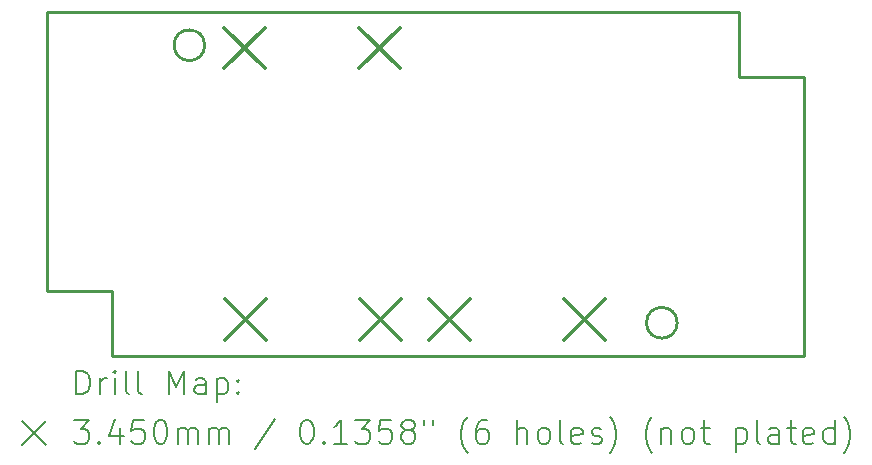
<source format=gbr>
%TF.GenerationSoftware,KiCad,Pcbnew,7.99.0-1900-g89780d353a*%
%TF.CreationDate,2023-07-25T10:26:22+03:00*%
%TF.ProjectId,KSS,4b53532e-6b69-4636-9164-5f7063625858,rev?*%
%TF.SameCoordinates,Original*%
%TF.FileFunction,Drillmap*%
%TF.FilePolarity,Positive*%
%FSLAX45Y45*%
G04 Gerber Fmt 4.5, Leading zero omitted, Abs format (unit mm)*
G04 Created by KiCad (PCBNEW 7.99.0-1900-g89780d353a) date 2023-07-25 10:26:22*
%MOMM*%
%LPD*%
G01*
G04 APERTURE LIST*
%ADD10C,0.250000*%
%ADD11C,0.200000*%
%ADD12C,0.345000*%
G04 APERTURE END LIST*
D10*
X15726520Y-8155600D02*
X15176520Y-8155600D01*
X9316520Y-7605600D02*
X15176520Y-7605600D01*
X15176520Y-8155600D02*
X15176520Y-7605600D01*
X14651520Y-10235600D02*
G75*
G03*
X14651520Y-10235600I-130000J0D01*
G01*
X9866520Y-9965600D02*
X9866520Y-10515600D01*
X15726520Y-8155600D02*
X15726520Y-10515600D01*
X9316520Y-9965600D02*
X9316520Y-7605600D01*
X15726520Y-10515600D02*
X9866520Y-10515600D01*
X9316520Y-9965600D02*
X9866520Y-9965600D01*
X10651520Y-7885600D02*
G75*
G03*
X10651520Y-7885600I-130000J0D01*
G01*
D11*
D12*
X10813950Y-7736360D02*
X11158950Y-8081360D01*
X11158950Y-7736360D02*
X10813950Y-8081360D01*
X10824750Y-10037500D02*
X11169750Y-10382500D01*
X11169750Y-10037500D02*
X10824750Y-10382500D01*
X11956950Y-7736360D02*
X12301950Y-8081360D01*
X12301950Y-7736360D02*
X11956950Y-8081360D01*
X11967750Y-10037500D02*
X12312750Y-10382500D01*
X12312750Y-10037500D02*
X11967750Y-10382500D01*
X12551950Y-10037500D02*
X12896950Y-10382500D01*
X12896950Y-10037500D02*
X12551950Y-10382500D01*
X13694950Y-10037500D02*
X14039950Y-10382500D01*
X14039950Y-10037500D02*
X13694950Y-10382500D01*
D11*
X9564797Y-10839584D02*
X9564797Y-10639584D01*
X9564797Y-10639584D02*
X9612416Y-10639584D01*
X9612416Y-10639584D02*
X9640987Y-10649108D01*
X9640987Y-10649108D02*
X9660035Y-10668155D01*
X9660035Y-10668155D02*
X9669559Y-10687203D01*
X9669559Y-10687203D02*
X9679083Y-10725298D01*
X9679083Y-10725298D02*
X9679083Y-10753870D01*
X9679083Y-10753870D02*
X9669559Y-10791965D01*
X9669559Y-10791965D02*
X9660035Y-10811012D01*
X9660035Y-10811012D02*
X9640987Y-10830060D01*
X9640987Y-10830060D02*
X9612416Y-10839584D01*
X9612416Y-10839584D02*
X9564797Y-10839584D01*
X9764797Y-10839584D02*
X9764797Y-10706250D01*
X9764797Y-10744346D02*
X9774321Y-10725298D01*
X9774321Y-10725298D02*
X9783844Y-10715774D01*
X9783844Y-10715774D02*
X9802892Y-10706250D01*
X9802892Y-10706250D02*
X9821940Y-10706250D01*
X9888606Y-10839584D02*
X9888606Y-10706250D01*
X9888606Y-10639584D02*
X9879083Y-10649108D01*
X9879083Y-10649108D02*
X9888606Y-10658631D01*
X9888606Y-10658631D02*
X9898130Y-10649108D01*
X9898130Y-10649108D02*
X9888606Y-10639584D01*
X9888606Y-10639584D02*
X9888606Y-10658631D01*
X10012416Y-10839584D02*
X9993368Y-10830060D01*
X9993368Y-10830060D02*
X9983844Y-10811012D01*
X9983844Y-10811012D02*
X9983844Y-10639584D01*
X10117178Y-10839584D02*
X10098130Y-10830060D01*
X10098130Y-10830060D02*
X10088606Y-10811012D01*
X10088606Y-10811012D02*
X10088606Y-10639584D01*
X10345749Y-10839584D02*
X10345749Y-10639584D01*
X10345749Y-10639584D02*
X10412416Y-10782441D01*
X10412416Y-10782441D02*
X10479083Y-10639584D01*
X10479083Y-10639584D02*
X10479083Y-10839584D01*
X10660035Y-10839584D02*
X10660035Y-10734822D01*
X10660035Y-10734822D02*
X10650511Y-10715774D01*
X10650511Y-10715774D02*
X10631464Y-10706250D01*
X10631464Y-10706250D02*
X10593368Y-10706250D01*
X10593368Y-10706250D02*
X10574321Y-10715774D01*
X10660035Y-10830060D02*
X10640987Y-10839584D01*
X10640987Y-10839584D02*
X10593368Y-10839584D01*
X10593368Y-10839584D02*
X10574321Y-10830060D01*
X10574321Y-10830060D02*
X10564797Y-10811012D01*
X10564797Y-10811012D02*
X10564797Y-10791965D01*
X10564797Y-10791965D02*
X10574321Y-10772917D01*
X10574321Y-10772917D02*
X10593368Y-10763393D01*
X10593368Y-10763393D02*
X10640987Y-10763393D01*
X10640987Y-10763393D02*
X10660035Y-10753870D01*
X10755273Y-10706250D02*
X10755273Y-10906250D01*
X10755273Y-10715774D02*
X10774321Y-10706250D01*
X10774321Y-10706250D02*
X10812416Y-10706250D01*
X10812416Y-10706250D02*
X10831464Y-10715774D01*
X10831464Y-10715774D02*
X10840987Y-10725298D01*
X10840987Y-10725298D02*
X10850511Y-10744346D01*
X10850511Y-10744346D02*
X10850511Y-10801489D01*
X10850511Y-10801489D02*
X10840987Y-10820536D01*
X10840987Y-10820536D02*
X10831464Y-10830060D01*
X10831464Y-10830060D02*
X10812416Y-10839584D01*
X10812416Y-10839584D02*
X10774321Y-10839584D01*
X10774321Y-10839584D02*
X10755273Y-10830060D01*
X10936225Y-10820536D02*
X10945749Y-10830060D01*
X10945749Y-10830060D02*
X10936225Y-10839584D01*
X10936225Y-10839584D02*
X10926702Y-10830060D01*
X10926702Y-10830060D02*
X10936225Y-10820536D01*
X10936225Y-10820536D02*
X10936225Y-10839584D01*
X10936225Y-10715774D02*
X10945749Y-10725298D01*
X10945749Y-10725298D02*
X10936225Y-10734822D01*
X10936225Y-10734822D02*
X10926702Y-10725298D01*
X10926702Y-10725298D02*
X10936225Y-10715774D01*
X10936225Y-10715774D02*
X10936225Y-10734822D01*
X9104020Y-11068100D02*
X9304020Y-11268100D01*
X9304020Y-11068100D02*
X9104020Y-11268100D01*
X9545749Y-11059584D02*
X9669559Y-11059584D01*
X9669559Y-11059584D02*
X9602892Y-11135774D01*
X9602892Y-11135774D02*
X9631464Y-11135774D01*
X9631464Y-11135774D02*
X9650511Y-11145298D01*
X9650511Y-11145298D02*
X9660035Y-11154822D01*
X9660035Y-11154822D02*
X9669559Y-11173870D01*
X9669559Y-11173870D02*
X9669559Y-11221488D01*
X9669559Y-11221488D02*
X9660035Y-11240536D01*
X9660035Y-11240536D02*
X9650511Y-11250060D01*
X9650511Y-11250060D02*
X9631464Y-11259584D01*
X9631464Y-11259584D02*
X9574321Y-11259584D01*
X9574321Y-11259584D02*
X9555273Y-11250060D01*
X9555273Y-11250060D02*
X9545749Y-11240536D01*
X9755273Y-11240536D02*
X9764797Y-11250060D01*
X9764797Y-11250060D02*
X9755273Y-11259584D01*
X9755273Y-11259584D02*
X9745749Y-11250060D01*
X9745749Y-11250060D02*
X9755273Y-11240536D01*
X9755273Y-11240536D02*
X9755273Y-11259584D01*
X9936225Y-11126250D02*
X9936225Y-11259584D01*
X9888606Y-11050060D02*
X9840987Y-11192917D01*
X9840987Y-11192917D02*
X9964797Y-11192917D01*
X10136225Y-11059584D02*
X10040987Y-11059584D01*
X10040987Y-11059584D02*
X10031464Y-11154822D01*
X10031464Y-11154822D02*
X10040987Y-11145298D01*
X10040987Y-11145298D02*
X10060035Y-11135774D01*
X10060035Y-11135774D02*
X10107654Y-11135774D01*
X10107654Y-11135774D02*
X10126702Y-11145298D01*
X10126702Y-11145298D02*
X10136225Y-11154822D01*
X10136225Y-11154822D02*
X10145749Y-11173870D01*
X10145749Y-11173870D02*
X10145749Y-11221488D01*
X10145749Y-11221488D02*
X10136225Y-11240536D01*
X10136225Y-11240536D02*
X10126702Y-11250060D01*
X10126702Y-11250060D02*
X10107654Y-11259584D01*
X10107654Y-11259584D02*
X10060035Y-11259584D01*
X10060035Y-11259584D02*
X10040987Y-11250060D01*
X10040987Y-11250060D02*
X10031464Y-11240536D01*
X10269559Y-11059584D02*
X10288606Y-11059584D01*
X10288606Y-11059584D02*
X10307654Y-11069108D01*
X10307654Y-11069108D02*
X10317178Y-11078631D01*
X10317178Y-11078631D02*
X10326702Y-11097679D01*
X10326702Y-11097679D02*
X10336225Y-11135774D01*
X10336225Y-11135774D02*
X10336225Y-11183393D01*
X10336225Y-11183393D02*
X10326702Y-11221488D01*
X10326702Y-11221488D02*
X10317178Y-11240536D01*
X10317178Y-11240536D02*
X10307654Y-11250060D01*
X10307654Y-11250060D02*
X10288606Y-11259584D01*
X10288606Y-11259584D02*
X10269559Y-11259584D01*
X10269559Y-11259584D02*
X10250511Y-11250060D01*
X10250511Y-11250060D02*
X10240987Y-11240536D01*
X10240987Y-11240536D02*
X10231464Y-11221488D01*
X10231464Y-11221488D02*
X10221940Y-11183393D01*
X10221940Y-11183393D02*
X10221940Y-11135774D01*
X10221940Y-11135774D02*
X10231464Y-11097679D01*
X10231464Y-11097679D02*
X10240987Y-11078631D01*
X10240987Y-11078631D02*
X10250511Y-11069108D01*
X10250511Y-11069108D02*
X10269559Y-11059584D01*
X10421940Y-11259584D02*
X10421940Y-11126250D01*
X10421940Y-11145298D02*
X10431464Y-11135774D01*
X10431464Y-11135774D02*
X10450511Y-11126250D01*
X10450511Y-11126250D02*
X10479083Y-11126250D01*
X10479083Y-11126250D02*
X10498130Y-11135774D01*
X10498130Y-11135774D02*
X10507654Y-11154822D01*
X10507654Y-11154822D02*
X10507654Y-11259584D01*
X10507654Y-11154822D02*
X10517178Y-11135774D01*
X10517178Y-11135774D02*
X10536225Y-11126250D01*
X10536225Y-11126250D02*
X10564797Y-11126250D01*
X10564797Y-11126250D02*
X10583845Y-11135774D01*
X10583845Y-11135774D02*
X10593368Y-11154822D01*
X10593368Y-11154822D02*
X10593368Y-11259584D01*
X10688606Y-11259584D02*
X10688606Y-11126250D01*
X10688606Y-11145298D02*
X10698130Y-11135774D01*
X10698130Y-11135774D02*
X10717178Y-11126250D01*
X10717178Y-11126250D02*
X10745749Y-11126250D01*
X10745749Y-11126250D02*
X10764797Y-11135774D01*
X10764797Y-11135774D02*
X10774321Y-11154822D01*
X10774321Y-11154822D02*
X10774321Y-11259584D01*
X10774321Y-11154822D02*
X10783845Y-11135774D01*
X10783845Y-11135774D02*
X10802892Y-11126250D01*
X10802892Y-11126250D02*
X10831464Y-11126250D01*
X10831464Y-11126250D02*
X10850511Y-11135774D01*
X10850511Y-11135774D02*
X10860035Y-11154822D01*
X10860035Y-11154822D02*
X10860035Y-11259584D01*
X11250511Y-11050060D02*
X11079083Y-11307203D01*
X11507654Y-11059584D02*
X11526702Y-11059584D01*
X11526702Y-11059584D02*
X11545749Y-11069108D01*
X11545749Y-11069108D02*
X11555273Y-11078631D01*
X11555273Y-11078631D02*
X11564797Y-11097679D01*
X11564797Y-11097679D02*
X11574321Y-11135774D01*
X11574321Y-11135774D02*
X11574321Y-11183393D01*
X11574321Y-11183393D02*
X11564797Y-11221488D01*
X11564797Y-11221488D02*
X11555273Y-11240536D01*
X11555273Y-11240536D02*
X11545749Y-11250060D01*
X11545749Y-11250060D02*
X11526702Y-11259584D01*
X11526702Y-11259584D02*
X11507654Y-11259584D01*
X11507654Y-11259584D02*
X11488606Y-11250060D01*
X11488606Y-11250060D02*
X11479083Y-11240536D01*
X11479083Y-11240536D02*
X11469559Y-11221488D01*
X11469559Y-11221488D02*
X11460035Y-11183393D01*
X11460035Y-11183393D02*
X11460035Y-11135774D01*
X11460035Y-11135774D02*
X11469559Y-11097679D01*
X11469559Y-11097679D02*
X11479083Y-11078631D01*
X11479083Y-11078631D02*
X11488606Y-11069108D01*
X11488606Y-11069108D02*
X11507654Y-11059584D01*
X11660035Y-11240536D02*
X11669559Y-11250060D01*
X11669559Y-11250060D02*
X11660035Y-11259584D01*
X11660035Y-11259584D02*
X11650511Y-11250060D01*
X11650511Y-11250060D02*
X11660035Y-11240536D01*
X11660035Y-11240536D02*
X11660035Y-11259584D01*
X11860035Y-11259584D02*
X11745749Y-11259584D01*
X11802892Y-11259584D02*
X11802892Y-11059584D01*
X11802892Y-11059584D02*
X11783845Y-11088155D01*
X11783845Y-11088155D02*
X11764797Y-11107203D01*
X11764797Y-11107203D02*
X11745749Y-11116727D01*
X11926702Y-11059584D02*
X12050511Y-11059584D01*
X12050511Y-11059584D02*
X11983845Y-11135774D01*
X11983845Y-11135774D02*
X12012416Y-11135774D01*
X12012416Y-11135774D02*
X12031464Y-11145298D01*
X12031464Y-11145298D02*
X12040987Y-11154822D01*
X12040987Y-11154822D02*
X12050511Y-11173870D01*
X12050511Y-11173870D02*
X12050511Y-11221488D01*
X12050511Y-11221488D02*
X12040987Y-11240536D01*
X12040987Y-11240536D02*
X12031464Y-11250060D01*
X12031464Y-11250060D02*
X12012416Y-11259584D01*
X12012416Y-11259584D02*
X11955273Y-11259584D01*
X11955273Y-11259584D02*
X11936226Y-11250060D01*
X11936226Y-11250060D02*
X11926702Y-11240536D01*
X12231464Y-11059584D02*
X12136226Y-11059584D01*
X12136226Y-11059584D02*
X12126702Y-11154822D01*
X12126702Y-11154822D02*
X12136226Y-11145298D01*
X12136226Y-11145298D02*
X12155273Y-11135774D01*
X12155273Y-11135774D02*
X12202892Y-11135774D01*
X12202892Y-11135774D02*
X12221940Y-11145298D01*
X12221940Y-11145298D02*
X12231464Y-11154822D01*
X12231464Y-11154822D02*
X12240987Y-11173870D01*
X12240987Y-11173870D02*
X12240987Y-11221488D01*
X12240987Y-11221488D02*
X12231464Y-11240536D01*
X12231464Y-11240536D02*
X12221940Y-11250060D01*
X12221940Y-11250060D02*
X12202892Y-11259584D01*
X12202892Y-11259584D02*
X12155273Y-11259584D01*
X12155273Y-11259584D02*
X12136226Y-11250060D01*
X12136226Y-11250060D02*
X12126702Y-11240536D01*
X12355273Y-11145298D02*
X12336226Y-11135774D01*
X12336226Y-11135774D02*
X12326702Y-11126250D01*
X12326702Y-11126250D02*
X12317178Y-11107203D01*
X12317178Y-11107203D02*
X12317178Y-11097679D01*
X12317178Y-11097679D02*
X12326702Y-11078631D01*
X12326702Y-11078631D02*
X12336226Y-11069108D01*
X12336226Y-11069108D02*
X12355273Y-11059584D01*
X12355273Y-11059584D02*
X12393368Y-11059584D01*
X12393368Y-11059584D02*
X12412416Y-11069108D01*
X12412416Y-11069108D02*
X12421940Y-11078631D01*
X12421940Y-11078631D02*
X12431464Y-11097679D01*
X12431464Y-11097679D02*
X12431464Y-11107203D01*
X12431464Y-11107203D02*
X12421940Y-11126250D01*
X12421940Y-11126250D02*
X12412416Y-11135774D01*
X12412416Y-11135774D02*
X12393368Y-11145298D01*
X12393368Y-11145298D02*
X12355273Y-11145298D01*
X12355273Y-11145298D02*
X12336226Y-11154822D01*
X12336226Y-11154822D02*
X12326702Y-11164346D01*
X12326702Y-11164346D02*
X12317178Y-11183393D01*
X12317178Y-11183393D02*
X12317178Y-11221488D01*
X12317178Y-11221488D02*
X12326702Y-11240536D01*
X12326702Y-11240536D02*
X12336226Y-11250060D01*
X12336226Y-11250060D02*
X12355273Y-11259584D01*
X12355273Y-11259584D02*
X12393368Y-11259584D01*
X12393368Y-11259584D02*
X12412416Y-11250060D01*
X12412416Y-11250060D02*
X12421940Y-11240536D01*
X12421940Y-11240536D02*
X12431464Y-11221488D01*
X12431464Y-11221488D02*
X12431464Y-11183393D01*
X12431464Y-11183393D02*
X12421940Y-11164346D01*
X12421940Y-11164346D02*
X12412416Y-11154822D01*
X12412416Y-11154822D02*
X12393368Y-11145298D01*
X12507654Y-11059584D02*
X12507654Y-11097679D01*
X12583845Y-11059584D02*
X12583845Y-11097679D01*
X12879083Y-11335774D02*
X12869559Y-11326250D01*
X12869559Y-11326250D02*
X12850511Y-11297679D01*
X12850511Y-11297679D02*
X12840988Y-11278631D01*
X12840988Y-11278631D02*
X12831464Y-11250060D01*
X12831464Y-11250060D02*
X12821940Y-11202441D01*
X12821940Y-11202441D02*
X12821940Y-11164346D01*
X12821940Y-11164346D02*
X12831464Y-11116727D01*
X12831464Y-11116727D02*
X12840988Y-11088155D01*
X12840988Y-11088155D02*
X12850511Y-11069108D01*
X12850511Y-11069108D02*
X12869559Y-11040536D01*
X12869559Y-11040536D02*
X12879083Y-11031012D01*
X13040988Y-11059584D02*
X13002892Y-11059584D01*
X13002892Y-11059584D02*
X12983845Y-11069108D01*
X12983845Y-11069108D02*
X12974321Y-11078631D01*
X12974321Y-11078631D02*
X12955273Y-11107203D01*
X12955273Y-11107203D02*
X12945749Y-11145298D01*
X12945749Y-11145298D02*
X12945749Y-11221488D01*
X12945749Y-11221488D02*
X12955273Y-11240536D01*
X12955273Y-11240536D02*
X12964797Y-11250060D01*
X12964797Y-11250060D02*
X12983845Y-11259584D01*
X12983845Y-11259584D02*
X13021940Y-11259584D01*
X13021940Y-11259584D02*
X13040988Y-11250060D01*
X13040988Y-11250060D02*
X13050511Y-11240536D01*
X13050511Y-11240536D02*
X13060035Y-11221488D01*
X13060035Y-11221488D02*
X13060035Y-11173870D01*
X13060035Y-11173870D02*
X13050511Y-11154822D01*
X13050511Y-11154822D02*
X13040988Y-11145298D01*
X13040988Y-11145298D02*
X13021940Y-11135774D01*
X13021940Y-11135774D02*
X12983845Y-11135774D01*
X12983845Y-11135774D02*
X12964797Y-11145298D01*
X12964797Y-11145298D02*
X12955273Y-11154822D01*
X12955273Y-11154822D02*
X12945749Y-11173870D01*
X13298130Y-11259584D02*
X13298130Y-11059584D01*
X13383845Y-11259584D02*
X13383845Y-11154822D01*
X13383845Y-11154822D02*
X13374321Y-11135774D01*
X13374321Y-11135774D02*
X13355273Y-11126250D01*
X13355273Y-11126250D02*
X13326702Y-11126250D01*
X13326702Y-11126250D02*
X13307654Y-11135774D01*
X13307654Y-11135774D02*
X13298130Y-11145298D01*
X13507654Y-11259584D02*
X13488607Y-11250060D01*
X13488607Y-11250060D02*
X13479083Y-11240536D01*
X13479083Y-11240536D02*
X13469559Y-11221488D01*
X13469559Y-11221488D02*
X13469559Y-11164346D01*
X13469559Y-11164346D02*
X13479083Y-11145298D01*
X13479083Y-11145298D02*
X13488607Y-11135774D01*
X13488607Y-11135774D02*
X13507654Y-11126250D01*
X13507654Y-11126250D02*
X13536226Y-11126250D01*
X13536226Y-11126250D02*
X13555273Y-11135774D01*
X13555273Y-11135774D02*
X13564797Y-11145298D01*
X13564797Y-11145298D02*
X13574321Y-11164346D01*
X13574321Y-11164346D02*
X13574321Y-11221488D01*
X13574321Y-11221488D02*
X13564797Y-11240536D01*
X13564797Y-11240536D02*
X13555273Y-11250060D01*
X13555273Y-11250060D02*
X13536226Y-11259584D01*
X13536226Y-11259584D02*
X13507654Y-11259584D01*
X13688607Y-11259584D02*
X13669559Y-11250060D01*
X13669559Y-11250060D02*
X13660035Y-11231012D01*
X13660035Y-11231012D02*
X13660035Y-11059584D01*
X13840988Y-11250060D02*
X13821940Y-11259584D01*
X13821940Y-11259584D02*
X13783845Y-11259584D01*
X13783845Y-11259584D02*
X13764797Y-11250060D01*
X13764797Y-11250060D02*
X13755273Y-11231012D01*
X13755273Y-11231012D02*
X13755273Y-11154822D01*
X13755273Y-11154822D02*
X13764797Y-11135774D01*
X13764797Y-11135774D02*
X13783845Y-11126250D01*
X13783845Y-11126250D02*
X13821940Y-11126250D01*
X13821940Y-11126250D02*
X13840988Y-11135774D01*
X13840988Y-11135774D02*
X13850511Y-11154822D01*
X13850511Y-11154822D02*
X13850511Y-11173870D01*
X13850511Y-11173870D02*
X13755273Y-11192917D01*
X13926702Y-11250060D02*
X13945750Y-11259584D01*
X13945750Y-11259584D02*
X13983845Y-11259584D01*
X13983845Y-11259584D02*
X14002892Y-11250060D01*
X14002892Y-11250060D02*
X14012416Y-11231012D01*
X14012416Y-11231012D02*
X14012416Y-11221488D01*
X14012416Y-11221488D02*
X14002892Y-11202441D01*
X14002892Y-11202441D02*
X13983845Y-11192917D01*
X13983845Y-11192917D02*
X13955273Y-11192917D01*
X13955273Y-11192917D02*
X13936226Y-11183393D01*
X13936226Y-11183393D02*
X13926702Y-11164346D01*
X13926702Y-11164346D02*
X13926702Y-11154822D01*
X13926702Y-11154822D02*
X13936226Y-11135774D01*
X13936226Y-11135774D02*
X13955273Y-11126250D01*
X13955273Y-11126250D02*
X13983845Y-11126250D01*
X13983845Y-11126250D02*
X14002892Y-11135774D01*
X14079083Y-11335774D02*
X14088607Y-11326250D01*
X14088607Y-11326250D02*
X14107654Y-11297679D01*
X14107654Y-11297679D02*
X14117178Y-11278631D01*
X14117178Y-11278631D02*
X14126702Y-11250060D01*
X14126702Y-11250060D02*
X14136226Y-11202441D01*
X14136226Y-11202441D02*
X14136226Y-11164346D01*
X14136226Y-11164346D02*
X14126702Y-11116727D01*
X14126702Y-11116727D02*
X14117178Y-11088155D01*
X14117178Y-11088155D02*
X14107654Y-11069108D01*
X14107654Y-11069108D02*
X14088607Y-11040536D01*
X14088607Y-11040536D02*
X14079083Y-11031012D01*
X14440988Y-11335774D02*
X14431464Y-11326250D01*
X14431464Y-11326250D02*
X14412416Y-11297679D01*
X14412416Y-11297679D02*
X14402892Y-11278631D01*
X14402892Y-11278631D02*
X14393369Y-11250060D01*
X14393369Y-11250060D02*
X14383845Y-11202441D01*
X14383845Y-11202441D02*
X14383845Y-11164346D01*
X14383845Y-11164346D02*
X14393369Y-11116727D01*
X14393369Y-11116727D02*
X14402892Y-11088155D01*
X14402892Y-11088155D02*
X14412416Y-11069108D01*
X14412416Y-11069108D02*
X14431464Y-11040536D01*
X14431464Y-11040536D02*
X14440988Y-11031012D01*
X14517178Y-11126250D02*
X14517178Y-11259584D01*
X14517178Y-11145298D02*
X14526702Y-11135774D01*
X14526702Y-11135774D02*
X14545750Y-11126250D01*
X14545750Y-11126250D02*
X14574321Y-11126250D01*
X14574321Y-11126250D02*
X14593369Y-11135774D01*
X14593369Y-11135774D02*
X14602892Y-11154822D01*
X14602892Y-11154822D02*
X14602892Y-11259584D01*
X14726702Y-11259584D02*
X14707654Y-11250060D01*
X14707654Y-11250060D02*
X14698131Y-11240536D01*
X14698131Y-11240536D02*
X14688607Y-11221488D01*
X14688607Y-11221488D02*
X14688607Y-11164346D01*
X14688607Y-11164346D02*
X14698131Y-11145298D01*
X14698131Y-11145298D02*
X14707654Y-11135774D01*
X14707654Y-11135774D02*
X14726702Y-11126250D01*
X14726702Y-11126250D02*
X14755273Y-11126250D01*
X14755273Y-11126250D02*
X14774321Y-11135774D01*
X14774321Y-11135774D02*
X14783845Y-11145298D01*
X14783845Y-11145298D02*
X14793369Y-11164346D01*
X14793369Y-11164346D02*
X14793369Y-11221488D01*
X14793369Y-11221488D02*
X14783845Y-11240536D01*
X14783845Y-11240536D02*
X14774321Y-11250060D01*
X14774321Y-11250060D02*
X14755273Y-11259584D01*
X14755273Y-11259584D02*
X14726702Y-11259584D01*
X14850512Y-11126250D02*
X14926702Y-11126250D01*
X14879083Y-11059584D02*
X14879083Y-11231012D01*
X14879083Y-11231012D02*
X14888607Y-11250060D01*
X14888607Y-11250060D02*
X14907654Y-11259584D01*
X14907654Y-11259584D02*
X14926702Y-11259584D01*
X15145750Y-11126250D02*
X15145750Y-11326250D01*
X15145750Y-11135774D02*
X15164797Y-11126250D01*
X15164797Y-11126250D02*
X15202893Y-11126250D01*
X15202893Y-11126250D02*
X15221940Y-11135774D01*
X15221940Y-11135774D02*
X15231464Y-11145298D01*
X15231464Y-11145298D02*
X15240988Y-11164346D01*
X15240988Y-11164346D02*
X15240988Y-11221488D01*
X15240988Y-11221488D02*
X15231464Y-11240536D01*
X15231464Y-11240536D02*
X15221940Y-11250060D01*
X15221940Y-11250060D02*
X15202893Y-11259584D01*
X15202893Y-11259584D02*
X15164797Y-11259584D01*
X15164797Y-11259584D02*
X15145750Y-11250060D01*
X15355273Y-11259584D02*
X15336226Y-11250060D01*
X15336226Y-11250060D02*
X15326702Y-11231012D01*
X15326702Y-11231012D02*
X15326702Y-11059584D01*
X15517178Y-11259584D02*
X15517178Y-11154822D01*
X15517178Y-11154822D02*
X15507654Y-11135774D01*
X15507654Y-11135774D02*
X15488607Y-11126250D01*
X15488607Y-11126250D02*
X15450512Y-11126250D01*
X15450512Y-11126250D02*
X15431464Y-11135774D01*
X15517178Y-11250060D02*
X15498131Y-11259584D01*
X15498131Y-11259584D02*
X15450512Y-11259584D01*
X15450512Y-11259584D02*
X15431464Y-11250060D01*
X15431464Y-11250060D02*
X15421940Y-11231012D01*
X15421940Y-11231012D02*
X15421940Y-11211965D01*
X15421940Y-11211965D02*
X15431464Y-11192917D01*
X15431464Y-11192917D02*
X15450512Y-11183393D01*
X15450512Y-11183393D02*
X15498131Y-11183393D01*
X15498131Y-11183393D02*
X15517178Y-11173870D01*
X15583845Y-11126250D02*
X15660035Y-11126250D01*
X15612416Y-11059584D02*
X15612416Y-11231012D01*
X15612416Y-11231012D02*
X15621940Y-11250060D01*
X15621940Y-11250060D02*
X15640988Y-11259584D01*
X15640988Y-11259584D02*
X15660035Y-11259584D01*
X15802893Y-11250060D02*
X15783845Y-11259584D01*
X15783845Y-11259584D02*
X15745750Y-11259584D01*
X15745750Y-11259584D02*
X15726702Y-11250060D01*
X15726702Y-11250060D02*
X15717178Y-11231012D01*
X15717178Y-11231012D02*
X15717178Y-11154822D01*
X15717178Y-11154822D02*
X15726702Y-11135774D01*
X15726702Y-11135774D02*
X15745750Y-11126250D01*
X15745750Y-11126250D02*
X15783845Y-11126250D01*
X15783845Y-11126250D02*
X15802893Y-11135774D01*
X15802893Y-11135774D02*
X15812416Y-11154822D01*
X15812416Y-11154822D02*
X15812416Y-11173870D01*
X15812416Y-11173870D02*
X15717178Y-11192917D01*
X15983845Y-11259584D02*
X15983845Y-11059584D01*
X15983845Y-11250060D02*
X15964797Y-11259584D01*
X15964797Y-11259584D02*
X15926702Y-11259584D01*
X15926702Y-11259584D02*
X15907654Y-11250060D01*
X15907654Y-11250060D02*
X15898131Y-11240536D01*
X15898131Y-11240536D02*
X15888607Y-11221488D01*
X15888607Y-11221488D02*
X15888607Y-11164346D01*
X15888607Y-11164346D02*
X15898131Y-11145298D01*
X15898131Y-11145298D02*
X15907654Y-11135774D01*
X15907654Y-11135774D02*
X15926702Y-11126250D01*
X15926702Y-11126250D02*
X15964797Y-11126250D01*
X15964797Y-11126250D02*
X15983845Y-11135774D01*
X16060035Y-11335774D02*
X16069559Y-11326250D01*
X16069559Y-11326250D02*
X16088607Y-11297679D01*
X16088607Y-11297679D02*
X16098131Y-11278631D01*
X16098131Y-11278631D02*
X16107654Y-11250060D01*
X16107654Y-11250060D02*
X16117178Y-11202441D01*
X16117178Y-11202441D02*
X16117178Y-11164346D01*
X16117178Y-11164346D02*
X16107654Y-11116727D01*
X16107654Y-11116727D02*
X16098131Y-11088155D01*
X16098131Y-11088155D02*
X16088607Y-11069108D01*
X16088607Y-11069108D02*
X16069559Y-11040536D01*
X16069559Y-11040536D02*
X16060035Y-11031012D01*
M02*

</source>
